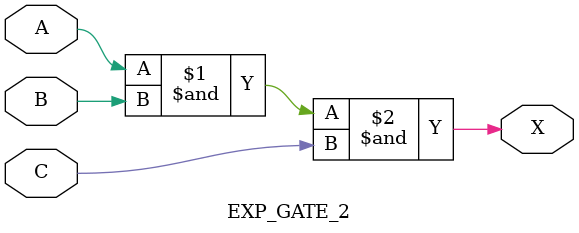
<source format=v>
module EXP_GATE_2(input A,input B,input C,output X); // This is IC 7462
assign X = A & B & C;
endmodule

</source>
